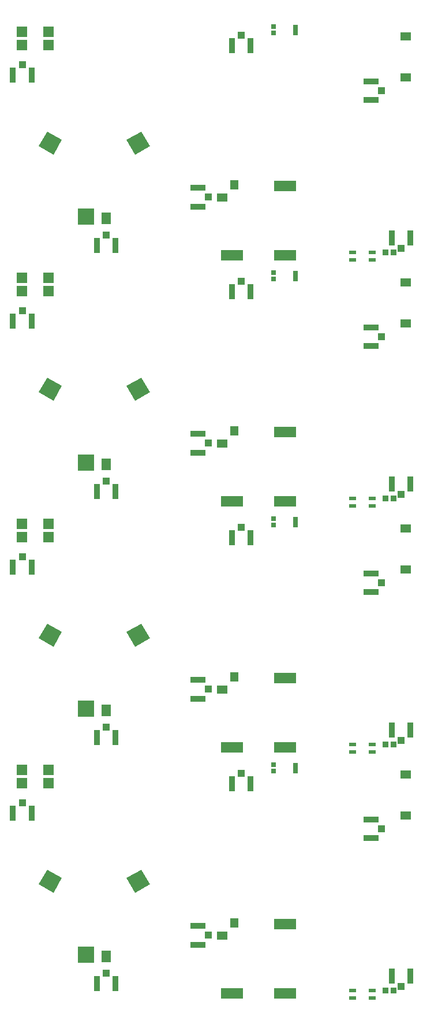
<source format=gtp>
G75*
%MOIN*%
%OFA0B0*%
%FSLAX25Y25*%
%IPPOS*%
%LPD*%
%AMOC8*
5,1,8,0,0,1.08239X$1,22.5*
%
%ADD10R,0.03346X0.08661*%
%ADD11R,0.03937X0.04134*%
%ADD12R,0.09449X0.09449*%
%ADD13R,0.09843X0.09843*%
%ADD14R,0.05512X0.06850*%
%ADD15R,0.12598X0.06299*%
%ADD16R,0.05118X0.05197*%
%ADD17R,0.06339X0.05118*%
%ADD18R,0.08661X0.03346*%
%ADD19R,0.04134X0.03937*%
%ADD20R,0.04331X0.01969*%
%ADD21R,0.03346X0.03543*%
%ADD22R,0.06063X0.06063*%
%ADD23R,0.06339X0.04921*%
%ADD24R,0.03150X0.06299*%
%ADD25R,0.03150X0.02559*%
D10*
X0056428Y0140750D03*
X0067255Y0140750D03*
X0104928Y0184250D03*
X0115755Y0184250D03*
X0067255Y0282750D03*
X0056428Y0282750D03*
X0104928Y0326250D03*
X0115755Y0326250D03*
X0067255Y0424750D03*
X0056428Y0424750D03*
X0104928Y0468250D03*
X0115755Y0468250D03*
X0067255Y0566750D03*
X0056428Y0566750D03*
X0182928Y0583750D03*
X0193755Y0583750D03*
X0275157Y0472750D03*
X0285984Y0472750D03*
X0285984Y0330750D03*
X0275157Y0330750D03*
X0193755Y0299750D03*
X0182928Y0299750D03*
X0182928Y0157750D03*
X0193755Y0157750D03*
X0115755Y0042250D03*
X0104928Y0042250D03*
X0275157Y0046750D03*
X0285984Y0046750D03*
X0285984Y0188750D03*
X0275157Y0188750D03*
X0193755Y0441750D03*
X0182928Y0441750D03*
D11*
X0188342Y0447754D03*
X0110342Y0474254D03*
X0061842Y0430754D03*
X0110342Y0332254D03*
X0061842Y0288754D03*
X0110342Y0190254D03*
X0061842Y0146754D03*
X0110342Y0048254D03*
X0188342Y0163754D03*
X0188342Y0305754D03*
X0280570Y0324746D03*
X0280570Y0182746D03*
X0280570Y0040746D03*
X0280570Y0466746D03*
X0188342Y0589754D03*
X0061842Y0572754D03*
D12*
X0098617Y0485073D03*
X0098617Y0343073D03*
X0098617Y0201073D03*
X0098617Y0059073D03*
D13*
G36*
X0084697Y0103197D02*
X0079776Y0094674D01*
X0071253Y0099595D01*
X0076174Y0108118D01*
X0084697Y0103197D01*
G37*
G36*
X0126908Y0094674D02*
X0121987Y0103197D01*
X0130510Y0108118D01*
X0135431Y0099595D01*
X0126908Y0094674D01*
G37*
G36*
X0126908Y0236674D02*
X0121987Y0245197D01*
X0130510Y0250118D01*
X0135431Y0241595D01*
X0126908Y0236674D01*
G37*
G36*
X0084697Y0245197D02*
X0079776Y0236674D01*
X0071253Y0241595D01*
X0076174Y0250118D01*
X0084697Y0245197D01*
G37*
G36*
X0084697Y0387197D02*
X0079776Y0378674D01*
X0071253Y0383595D01*
X0076174Y0392118D01*
X0084697Y0387197D01*
G37*
G36*
X0126908Y0378674D02*
X0121987Y0387197D01*
X0130510Y0392118D01*
X0135431Y0383595D01*
X0126908Y0378674D01*
G37*
G36*
X0126908Y0520674D02*
X0121987Y0529197D01*
X0130510Y0534118D01*
X0135431Y0525595D01*
X0126908Y0520674D01*
G37*
G36*
X0084697Y0529197D02*
X0079776Y0520674D01*
X0071253Y0525595D01*
X0076174Y0534118D01*
X0084697Y0529197D01*
G37*
D14*
X0110232Y0484089D03*
X0110232Y0342089D03*
X0110232Y0200089D03*
X0110232Y0058089D03*
D15*
X0182968Y0036829D03*
X0213716Y0036829D03*
X0213716Y0076671D03*
X0213716Y0178829D03*
X0213716Y0218671D03*
X0182968Y0178829D03*
X0182968Y0320829D03*
X0213716Y0320829D03*
X0213716Y0360671D03*
X0213716Y0462829D03*
X0213716Y0502671D03*
X0182968Y0462829D03*
D16*
X0184385Y0503222D03*
X0184385Y0361222D03*
X0184385Y0219222D03*
X0184385Y0077222D03*
D17*
X0177358Y0070136D03*
X0177358Y0212136D03*
X0177358Y0354136D03*
X0177358Y0496136D03*
D18*
X0163342Y0490837D03*
X0163342Y0501663D03*
X0163342Y0359663D03*
X0163342Y0348837D03*
X0163342Y0217663D03*
X0163342Y0206837D03*
X0163342Y0075663D03*
X0163342Y0064837D03*
X0263342Y0126337D03*
X0263342Y0137163D03*
X0263342Y0268337D03*
X0263342Y0279163D03*
X0263342Y0410337D03*
X0263342Y0421163D03*
X0263342Y0552337D03*
X0263342Y0563163D03*
D19*
X0269346Y0557750D03*
X0269346Y0415750D03*
X0269346Y0273750D03*
X0269346Y0131750D03*
X0169346Y0070250D03*
X0169346Y0212250D03*
X0169346Y0354250D03*
X0169346Y0496250D03*
D20*
X0252633Y0464415D03*
X0252633Y0460085D03*
X0264050Y0460085D03*
X0264050Y0464415D03*
X0264050Y0322415D03*
X0264050Y0318085D03*
X0252633Y0318085D03*
X0252633Y0322415D03*
X0252633Y0180415D03*
X0252633Y0176085D03*
X0264050Y0176085D03*
X0264050Y0180415D03*
X0264050Y0038415D03*
X0264050Y0034085D03*
X0252633Y0034085D03*
X0252633Y0038415D03*
D21*
X0271558Y0038250D03*
X0276125Y0038250D03*
X0276125Y0180250D03*
X0271558Y0180250D03*
X0271558Y0322250D03*
X0276125Y0322250D03*
X0276125Y0464250D03*
X0271558Y0464250D03*
D22*
X0077019Y0449569D03*
X0077019Y0441931D03*
X0061665Y0441931D03*
X0061665Y0449569D03*
X0061665Y0583931D03*
X0061665Y0591569D03*
X0077019Y0591569D03*
X0077019Y0583931D03*
X0077019Y0307569D03*
X0077019Y0299931D03*
X0061665Y0299931D03*
X0061665Y0307569D03*
X0061665Y0165569D03*
X0061665Y0157931D03*
X0077019Y0157931D03*
X0077019Y0165569D03*
D23*
X0283342Y0163061D03*
X0283342Y0139439D03*
X0283342Y0281439D03*
X0283342Y0305061D03*
X0283342Y0423439D03*
X0283342Y0447061D03*
X0283342Y0565439D03*
X0283342Y0589061D03*
D24*
X0219641Y0592750D03*
X0219641Y0450750D03*
X0219641Y0308750D03*
X0219641Y0166750D03*
D25*
X0207043Y0164880D03*
X0207043Y0168620D03*
X0207043Y0306880D03*
X0207043Y0310620D03*
X0207043Y0448880D03*
X0207043Y0452620D03*
X0207043Y0590880D03*
X0207043Y0594620D03*
M02*

</source>
